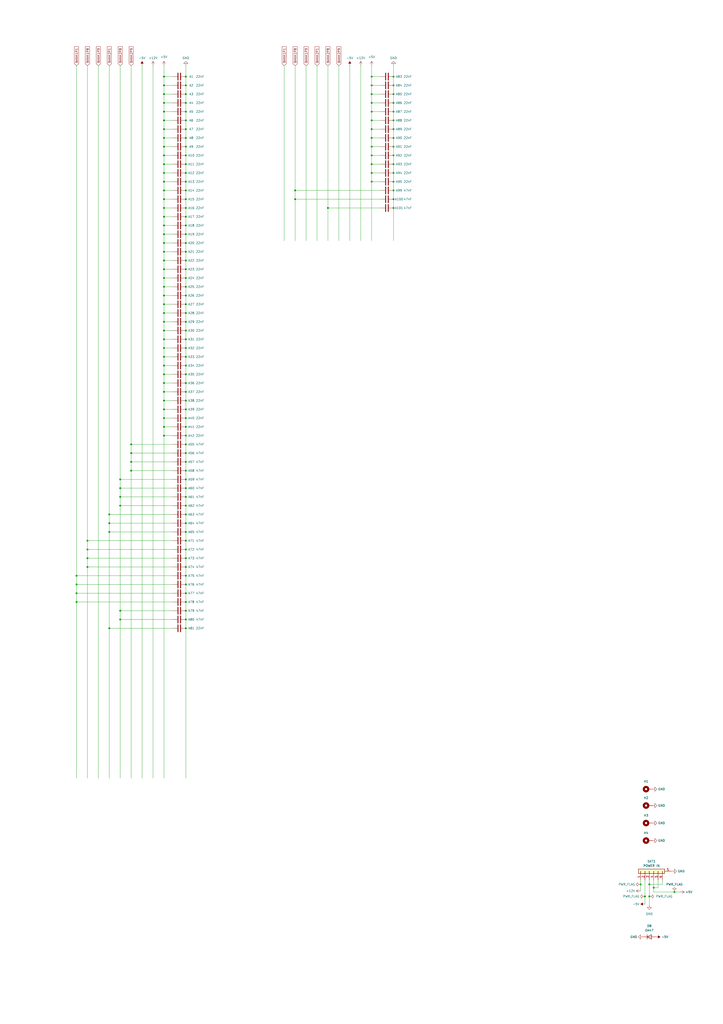
<source format=kicad_sch>
(kicad_sch (version 20230121) (generator eeschema)
  (paper "A2" portrait)
  (lib_symbols
    (symbol "Device:C" (pin_numbers hide) (pin_names (offset 0.254))
      (property "Reference" "C" (at 0.635 2.54 0))
      (property "Value" "C" (at 0.635 -2.54 0))
      (symbol "C_0_1"
        (polyline (pts (xy -2.032 -0.762) (xy 2.032 -0.762)) (stroke (width 0.508)))
        (polyline (pts (xy -2.032 0.762) (xy 2.032 0.762)) (stroke (width 0.508)))
      )
      (symbol "C_1_1"
        (pin passive line (at 0 3.81 270) (length 2.794) (name "~") (number "1"))
        (pin passive line (at 0 -3.81 90) (length 2.794) (name "~") (number "2"))
      )
    )
    (symbol "Device:D" (pin_numbers hide) (pin_names (offset 1.016) hide)
      (property "Reference" "D" (at 0 2.54 0))
      (property "Value" "D" (at 0 -2.54 0))
      (symbol "D_0_1"
        (polyline (pts (xy -1.27 1.27) (xy -1.27 -1.27)) (stroke (width 0.254)))
        (polyline (pts (xy 1.27 0) (xy -1.27 0)))
        (polyline (pts (xy 1.27 1.27) (xy 1.27 -1.27) (xy -1.27 0) (xy 1.27 1.27)) (stroke (width 0.254)))
      )
      (symbol "D_1_1"
        (pin passive line (at -3.81 0 0) (length 2.54) (name "K") (number "1"))
        (pin passive line (at 3.81 0 180) (length 2.54) (name "A") (number "2"))
      )
    )
    (symbol "LYNX:DIN6" (pin_names (offset 1.016) hide)
      (property "Reference" "SKT" (at 3.175 0 0))
      (property "Value" "${REFERENCE}" (at 3.175 -2.54 0))
      (symbol "DIN6_1_1"
        (rectangle (start -1.27 -7.493) (end 0 -7.747) (stroke (width 0.1524)))
        (rectangle (start -1.27 -4.953) (end 0 -5.207) (stroke (width 0.1524)))
        (rectangle (start -1.27 -2.413) (end 0 -2.667) (stroke (width 0.1524)))
        (rectangle (start -1.27 0.127) (end 0 -0.127) (stroke (width 0.1524)))
        (rectangle (start -1.27 2.667) (end 0 2.413) (stroke (width 0.1524)))
        (rectangle (start -1.27 5.207) (end 0 4.953) (stroke (width 0.1524)))
        (rectangle (start -1.27 6.35) (end 1.27 -8.89) (stroke (width 0.254)) (fill (type background)))
        (pin passive line (at -5.08 5.08 0) (length 3.81) (name "Pin_1") (number "1"))
        (pin passive line (at -5.08 2.54 0) (length 3.81) (name "Pin_2") (number "2"))
        (pin passive line (at -5.08 0 0) (length 3.81) (name "Pin_3") (number "3"))
        (pin passive line (at -5.08 -2.54 0) (length 3.81) (name "Pin_4") (number "4"))
        (pin passive line (at -5.08 -5.08 0) (length 3.81) (name "Pin_5") (number "5"))
        (pin passive line (at -5.08 -7.62 0) (length 3.81) (name "Pin_6") (number "6"))
        (pin passive line (at 0 -12.7 90) (length 3.81) (name "SHIELD") (number "S"))
      )
    )
    (symbol "Mechanical:MountingHole_Pad" (pin_numbers hide) (pin_names (offset 1.016) hide)
      (property "Reference" "H" (at 0 6.35 0))
      (property "Value" "MountingHole_Pad" (at 0 4.445 0))
      (symbol "MountingHole_Pad_0_1"
        (circle (center 0 1.27) (radius 1.27) (stroke (width 1.27)))
      )
      (symbol "MountingHole_Pad_1_1"
        (pin input line (at 0 -2.54 90) (length 2.54) (name "1") (number "1"))
      )
    )
    (symbol "power:+12V" (power) (pin_names (offset 0))
      (property "Value" "+12V" (at 0 3.556 0))
      (symbol "+12V_0_1"
        (polyline (pts (xy -0.762 1.27) (xy 0 2.54)))
        (polyline (pts (xy 0 0) (xy 0 2.54)))
        (polyline (pts (xy 0 2.54) (xy 0.762 1.27)))
      )
      (symbol "+12V_1_1"
        (pin power_in line (at 0 0 90) (length 0) hide (name "+12V") (number "1"))
      )
    )
    (symbol "power:+5V" (power) (pin_names (offset 0))
      (property "Value" "+5V" (at 0 3.556 0))
      (symbol "+5V_0_1"
        (polyline (pts (xy -0.762 1.27) (xy 0 2.54)))
        (polyline (pts (xy 0 0) (xy 0 2.54)))
        (polyline (pts (xy 0 2.54) (xy 0.762 1.27)))
      )
      (symbol "+5V_1_1"
        (pin power_in line (at 0 0 90) (length 0) hide (name "+5V") (number "1"))
      )
    )
    (symbol "power:-5V" (power) (pin_names (offset 0))
      (property "Value" "-5V" (at 0 3.81 0))
      (symbol "-5V_0_0"
        (pin power_in line (at 0 0 90) (length 0) hide (name "-5V") (number "1"))
      )
      (symbol "-5V_0_1"
        (polyline (pts (xy 0 0) (xy 0 1.27) (xy 0.762 1.27) (xy 0 2.54) (xy -0.762 1.27) (xy 0 1.27)) (fill (type outline)))
      )
    )
    (symbol "power:GND" (power) (pin_names (offset 0))
      (property "Value" "GND" (at 0 -3.81 0))
      (symbol "GND_0_1"
        (polyline (pts (xy 0 0) (xy 0 -1.27) (xy 1.27 -1.27) (xy 0 -2.54) (xy -1.27 -1.27) (xy 0 -1.27)))
      )
      (symbol "GND_1_1"
        (pin power_in line (at 0 0 270) (length 0) hide (name "GND") (number "1"))
      )
    )
    (symbol "power:PWR_FLAG" (power) (pin_numbers hide) (pin_names (offset 0) hide)
      (property "Value" "PWR_FLAG" (at 0 3.81 0))
      (symbol "PWR_FLAG_0_0"
        (pin power_out line (at 0 0 90) (length 0) (name "pwr") (number "1"))
      )
      (symbol "PWR_FLAG_0_1"
        (polyline (pts (xy 0 0) (xy 0 1.27) (xy -1.016 1.905) (xy 0 2.54) (xy 1.016 1.905) (xy 0 1.27)))
      )
    )
  )
  (junction (at 107.95 273.05))
  (junction (at 107.95 186.69))
  (junction (at 107.95 166.37))
  (junction (at 377.19 520.065))
  (junction (at 228.6 64.77))
  (junction (at 228.6 95.25))
  (junction (at 95.25 181.61))
  (junction (at 107.95 54.61))
  (junction (at 107.95 349.25))
  (junction (at 50.8 318.77))
  (junction (at 228.6 100.33))
  (junction (at 69.85 283.21))
  (junction (at 215.9 100.33))
  (junction (at 44.45 344.17))
  (junction (at 107.95 247.65))
  (junction (at 95.25 217.17))
  (junction (at 95.25 49.53))
  (junction (at 107.95 257.81))
  (junction (at 107.95 135.89))
  (junction (at 107.95 146.05))
  (junction (at 63.5 364.49))
  (junction (at 228.6 115.57))
  (junction (at 107.95 49.53))
  (junction (at 190.5 120.65))
  (junction (at 69.85 293.37))
  (junction (at 107.95 212.09))
  (junction (at 95.25 120.65))
  (junction (at 95.25 196.85))
  (junction (at 107.95 323.85))
  (junction (at 228.6 54.61))
  (junction (at 95.25 176.53))
  (junction (at 107.95 176.53))
  (junction (at 95.25 130.81))
  (junction (at 95.25 59.69))
  (junction (at 107.95 328.93))
  (junction (at 95.25 105.41))
  (junction (at 95.25 222.25))
  (junction (at 44.45 334.01))
  (junction (at 215.9 44.45))
  (junction (at 107.95 125.73))
  (junction (at 107.95 339.09))
  (junction (at 107.95 308.61))
  (junction (at 95.25 161.29))
  (junction (at 95.25 115.57))
  (junction (at 215.9 85.09))
  (junction (at 379.73 514.985))
  (junction (at 95.25 135.89))
  (junction (at 107.95 359.41))
  (junction (at 95.25 85.09))
  (junction (at 107.95 313.69))
  (junction (at 76.2 273.05))
  (junction (at 50.8 328.93))
  (junction (at 95.25 166.37))
  (junction (at 374.65 520.065))
  (junction (at 228.6 120.65))
  (junction (at 107.95 171.45))
  (junction (at 107.95 303.53))
  (junction (at 107.95 110.49))
  (junction (at 107.95 181.61))
  (junction (at 69.85 288.29))
  (junction (at 95.25 69.85))
  (junction (at 107.95 151.13))
  (junction (at 107.95 267.97))
  (junction (at 95.25 252.73))
  (junction (at 391.795 517.525))
  (junction (at 107.95 105.41))
  (junction (at 95.25 140.97))
  (junction (at 107.95 161.29))
  (junction (at 95.25 44.45))
  (junction (at 215.9 54.61))
  (junction (at 107.95 80.01))
  (junction (at 69.85 278.13))
  (junction (at 107.95 100.33))
  (junction (at 228.6 59.69))
  (junction (at 95.25 74.93))
  (junction (at 95.25 125.73))
  (junction (at 107.95 344.17))
  (junction (at 107.95 74.93))
  (junction (at 171.45 115.57))
  (junction (at 44.45 349.25))
  (junction (at 228.6 74.93))
  (junction (at 95.25 54.61))
  (junction (at 228.6 44.45))
  (junction (at 107.95 293.37))
  (junction (at 215.9 95.25))
  (junction (at 95.25 64.77))
  (junction (at 215.9 80.01))
  (junction (at 107.95 318.77))
  (junction (at 95.25 191.77))
  (junction (at 228.6 85.09))
  (junction (at 95.25 227.33))
  (junction (at 95.25 242.57))
  (junction (at 107.95 278.13))
  (junction (at 107.95 242.57))
  (junction (at 377.19 513.08))
  (junction (at 95.25 207.01))
  (junction (at 228.6 90.17))
  (junction (at 95.25 171.45))
  (junction (at 63.5 303.53))
  (junction (at 107.95 69.85))
  (junction (at 228.6 110.49))
  (junction (at 107.95 85.09))
  (junction (at 215.9 90.17))
  (junction (at 171.45 110.49))
  (junction (at 107.95 140.97))
  (junction (at 107.95 334.01))
  (junction (at 107.95 288.29))
  (junction (at 95.25 237.49))
  (junction (at 107.95 252.73))
  (junction (at 107.95 222.25))
  (junction (at 228.6 49.53))
  (junction (at 63.5 308.61))
  (junction (at 76.2 267.97))
  (junction (at 107.95 232.41))
  (junction (at 107.95 115.57))
  (junction (at 107.95 120.65))
  (junction (at 107.95 90.17))
  (junction (at 107.95 44.45))
  (junction (at 107.95 217.17))
  (junction (at 50.8 313.69))
  (junction (at 107.95 191.77))
  (junction (at 69.85 354.33))
  (junction (at 95.25 247.65))
  (junction (at 69.85 359.41))
  (junction (at 107.95 95.25))
  (junction (at 95.25 151.13))
  (junction (at 107.95 59.69))
  (junction (at 372.11 513.08))
  (junction (at 95.25 95.25))
  (junction (at 107.95 156.21))
  (junction (at 215.9 59.69))
  (junction (at 107.95 364.49))
  (junction (at 215.9 69.85))
  (junction (at 95.25 80.01))
  (junction (at 107.95 237.49))
  (junction (at 76.2 262.89))
  (junction (at 228.6 80.01))
  (junction (at 95.25 146.05))
  (junction (at 215.9 74.93))
  (junction (at 215.9 105.41))
  (junction (at 95.25 232.41))
  (junction (at 107.95 227.33))
  (junction (at 63.5 298.45))
  (junction (at 107.95 201.93))
  (junction (at 107.95 130.81))
  (junction (at 95.25 110.49))
  (junction (at 228.6 69.85))
  (junction (at 50.8 323.85))
  (junction (at 215.9 64.77))
  (junction (at 228.6 105.41))
  (junction (at 107.95 262.89))
  (junction (at 215.9 49.53))
  (junction (at 107.95 283.21))
  (junction (at 107.95 64.77))
  (junction (at 95.25 90.17))
  (junction (at 95.25 186.69))
  (junction (at 76.2 257.81))
  (junction (at 44.45 339.09))
  (junction (at 107.95 354.33))
  (junction (at 107.95 207.01))
  (junction (at 107.95 298.45))
  (junction (at 95.25 100.33))
  (junction (at 95.25 156.21))
  (junction (at 95.25 212.09))
  (junction (at 95.25 201.93))
  (junction (at 107.95 196.85))
  (wire (pts (xy 95.25 44.45) (xy 95.25 49.53)))
  (wire (pts (xy 107.95 207.01) (xy 107.95 212.09)))
  (wire (pts (xy 107.95 273.05) (xy 107.95 278.13)))
  (wire (pts (xy 95.25 95.25) (xy 95.25 100.33)))
  (wire (pts (xy 95.25 166.37) (xy 100.33 166.37)))
  (wire (pts (xy 382.27 514.985) (xy 379.73 514.985)))
  (wire (pts (xy 379.73 517.525) (xy 391.795 517.525)))
  (wire (pts (xy 63.5 298.45) (xy 63.5 303.53)))
  (wire (pts (xy 95.25 181.61) (xy 100.33 181.61)))
  (wire (pts (xy 95.25 222.25) (xy 100.33 222.25)))
  (wire (pts (xy 95.25 217.17) (xy 100.33 217.17)))
  (wire (pts (xy 44.45 349.25) (xy 44.45 451.485)))
  (wire (pts (xy 107.95 146.05) (xy 107.95 151.13)))
  (wire (pts (xy 95.25 161.29) (xy 95.25 166.37)))
  (wire (pts (xy 107.95 349.25) (xy 107.95 354.33)))
  (wire (pts (xy 95.25 69.85) (xy 100.33 69.85)))
  (wire (pts (xy 95.25 212.09) (xy 95.25 217.17)))
  (wire (pts (xy 95.25 151.13) (xy 95.25 156.21)))
  (wire (pts (xy 107.95 191.77) (xy 107.95 196.85)))
  (wire (pts (xy 190.5 120.65) (xy 220.98 120.65)))
  (wire (pts (xy 76.2 262.89) (xy 76.2 267.97)))
  (wire (pts (xy 107.95 313.69) (xy 107.95 318.77)))
  (wire (pts (xy 228.6 59.69) (xy 228.6 64.77)))
  (wire (pts (xy 228.6 100.33) (xy 228.6 105.41)))
  (wire (pts (xy 107.95 186.69) (xy 107.95 191.77)))
  (wire (pts (xy 107.95 222.25) (xy 107.95 227.33)))
  (wire (pts (xy 107.95 125.73) (xy 107.95 130.81)))
  (wire (pts (xy 95.25 49.53) (xy 95.25 54.61)))
  (wire (pts (xy 95.25 59.69) (xy 100.33 59.69)))
  (wire (pts (xy 95.25 80.01) (xy 100.33 80.01)))
  (wire (pts (xy 95.25 237.49) (xy 100.33 237.49)))
  (wire (pts (xy 107.95 74.93) (xy 107.95 80.01)))
  (wire (pts (xy 228.6 80.01) (xy 228.6 85.09)))
  (wire (pts (xy 171.45 38.1) (xy 171.45 110.49)))
  (wire (pts (xy 44.45 339.09) (xy 100.33 339.09)))
  (wire (pts (xy 95.25 120.65) (xy 100.33 120.65)))
  (wire (pts (xy 228.6 74.93) (xy 228.6 80.01)))
  (wire (pts (xy 228.6 90.17) (xy 228.6 95.25)))
  (wire (pts (xy 107.95 201.93) (xy 107.95 207.01)))
  (wire (pts (xy 215.9 49.53) (xy 215.9 54.61)))
  (wire (pts (xy 69.85 288.29) (xy 100.33 288.29)))
  (wire (pts (xy 95.25 217.17) (xy 95.25 222.25)))
  (wire (pts (xy 107.95 85.09) (xy 107.95 90.17)))
  (wire (pts (xy 50.8 38.1) (xy 50.8 313.69)))
  (wire (pts (xy 95.25 212.09) (xy 100.33 212.09)))
  (wire (pts (xy 379.73 510.54) (xy 379.73 514.985)))
  (wire (pts (xy 203.2 38.1) (xy 203.2 139.7)))
  (wire (pts (xy 107.95 90.17) (xy 107.95 95.25)))
  (wire (pts (xy 95.25 201.93) (xy 95.25 207.01)))
  (wire (pts (xy 107.95 140.97) (xy 107.95 146.05)))
  (wire (pts (xy 107.95 227.33) (xy 107.95 232.41)))
  (wire (pts (xy 44.45 38.1) (xy 44.45 334.01)))
  (wire (pts (xy 107.95 176.53) (xy 107.95 181.61)))
  (wire (pts (xy 95.25 191.77) (xy 95.25 196.85)))
  (wire (pts (xy 215.9 95.25) (xy 215.9 100.33)))
  (wire (pts (xy 57.15 38.1) (xy 57.15 451.485)))
  (wire (pts (xy 107.95 242.57) (xy 107.95 247.65)))
  (wire (pts (xy 44.45 334.01) (xy 44.45 339.09)))
  (wire (pts (xy 95.25 140.97) (xy 95.25 146.05)))
  (wire (pts (xy 63.5 308.61) (xy 63.5 364.49)))
  (wire (pts (xy 95.25 186.69) (xy 100.33 186.69)))
  (wire (pts (xy 107.95 166.37) (xy 107.95 171.45)))
  (wire (pts (xy 95.25 151.13) (xy 100.33 151.13)))
  (wire (pts (xy 107.95 38.1) (xy 107.95 44.45)))
  (wire (pts (xy 384.81 513.08) (xy 377.19 513.08)))
  (wire (pts (xy 69.85 283.21) (xy 69.85 288.29)))
  (wire (pts (xy 76.2 273.05) (xy 100.33 273.05)))
  (wire (pts (xy 107.95 171.45) (xy 107.95 176.53)))
  (wire (pts (xy 63.5 364.49) (xy 100.33 364.49)))
  (wire (pts (xy 95.25 54.61) (xy 100.33 54.61)))
  (wire (pts (xy 171.45 110.49) (xy 220.98 110.49)))
  (wire (pts (xy 215.9 69.85) (xy 215.9 74.93)))
  (wire (pts (xy 107.95 161.29) (xy 107.95 166.37)))
  (wire (pts (xy 95.25 247.65) (xy 100.33 247.65)))
  (wire (pts (xy 95.25 181.61) (xy 95.25 186.69)))
  (wire (pts (xy 44.45 349.25) (xy 100.33 349.25)))
  (wire (pts (xy 107.95 339.09) (xy 107.95 344.17)))
  (wire (pts (xy 107.95 181.61) (xy 107.95 186.69)))
  (wire (pts (xy 107.95 130.81) (xy 107.95 135.89)))
  (wire (pts (xy 95.25 135.89) (xy 100.33 135.89)))
  (wire (pts (xy 76.2 257.81) (xy 76.2 262.89)))
  (wire (pts (xy 95.25 227.33) (xy 100.33 227.33)))
  (wire (pts (xy 228.6 105.41) (xy 228.6 110.49)))
  (wire (pts (xy 209.55 38.1) (xy 209.55 139.7)))
  (wire (pts (xy 215.9 85.09) (xy 220.98 85.09)))
  (wire (pts (xy 44.45 344.17) (xy 100.33 344.17)))
  (wire (pts (xy 63.5 303.53) (xy 63.5 308.61)))
  (wire (pts (xy 107.95 64.77) (xy 107.95 69.85)))
  (wire (pts (xy 228.6 95.25) (xy 228.6 100.33)))
  (wire (pts (xy 95.25 196.85) (xy 95.25 201.93)))
  (wire (pts (xy 95.25 125.73) (xy 100.33 125.73)))
  (wire (pts (xy 107.95 100.33) (xy 107.95 105.41)))
  (wire (pts (xy 95.25 252.73) (xy 95.25 451.485)))
  (wire (pts (xy 215.9 100.33) (xy 215.9 105.41)))
  (wire (pts (xy 76.2 267.97) (xy 76.2 273.05)))
  (wire (pts (xy 76.2 273.05) (xy 76.2 451.485)))
  (wire (pts (xy 69.85 359.41) (xy 100.33 359.41)))
  (wire (pts (xy 107.95 328.93) (xy 107.95 334.01)))
  (wire (pts (xy 95.25 120.65) (xy 95.25 125.73)))
  (wire (pts (xy 95.25 222.25) (xy 95.25 227.33)))
  (wire (pts (xy 95.25 196.85) (xy 100.33 196.85)))
  (wire (pts (xy 95.25 140.97) (xy 100.33 140.97)))
  (wire (pts (xy 95.25 130.81) (xy 100.33 130.81)))
  (wire (pts (xy 95.25 85.09) (xy 100.33 85.09)))
  (wire (pts (xy 95.25 176.53) (xy 95.25 181.61)))
  (wire (pts (xy 107.95 283.21) (xy 107.95 288.29)))
  (wire (pts (xy 95.25 171.45) (xy 100.33 171.45)))
  (wire (pts (xy 95.25 191.77) (xy 100.33 191.77)))
  (wire (pts (xy 228.6 44.45) (xy 228.6 49.53)))
  (wire (pts (xy 50.8 318.77) (xy 100.33 318.77)))
  (wire (pts (xy 69.85 359.41) (xy 69.85 451.485)))
  (wire (pts (xy 95.25 135.89) (xy 95.25 140.97)))
  (wire (pts (xy 215.9 74.93) (xy 220.98 74.93)))
  (wire (pts (xy 63.5 298.45) (xy 100.33 298.45)))
  (wire (pts (xy 107.95 105.41) (xy 107.95 110.49)))
  (wire (pts (xy 95.25 44.45) (xy 100.33 44.45)))
  (wire (pts (xy 107.95 69.85) (xy 107.95 74.93)))
  (wire (pts (xy 95.25 125.73) (xy 95.25 130.81)))
  (wire (pts (xy 95.25 100.33) (xy 95.25 105.41)))
  (wire (pts (xy 107.95 54.61) (xy 107.95 59.69)))
  (wire (pts (xy 95.25 237.49) (xy 95.25 242.57)))
  (wire (pts (xy 95.25 115.57) (xy 95.25 120.65)))
  (wire (pts (xy 95.25 252.73) (xy 100.33 252.73)))
  (wire (pts (xy 215.9 74.93) (xy 215.9 80.01)))
  (wire (pts (xy 69.85 278.13) (xy 69.85 283.21)))
  (wire (pts (xy 215.9 69.85) (xy 220.98 69.85)))
  (wire (pts (xy 372.11 516.89) (xy 372.11 513.08)))
  (wire (pts (xy 215.9 80.01) (xy 215.9 85.09)))
  (wire (pts (xy 107.95 334.01) (xy 107.95 339.09)))
  (wire (pts (xy 95.25 64.77) (xy 95.25 69.85)))
  (wire (pts (xy 69.85 38.1) (xy 69.85 278.13)))
  (wire (pts (xy 95.25 110.49) (xy 95.25 115.57)))
  (wire (pts (xy 88.9 38.1) (xy 88.9 451.485)))
  (wire (pts (xy 95.25 232.41) (xy 95.25 237.49)))
  (wire (pts (xy 63.5 308.61) (xy 100.33 308.61)))
  (wire (pts (xy 69.85 288.29) (xy 69.85 293.37)))
  (wire (pts (xy 95.25 156.21) (xy 95.25 161.29)))
  (wire (pts (xy 95.25 95.25) (xy 100.33 95.25)))
  (wire (pts (xy 107.95 344.17) (xy 107.95 349.25)))
  (wire (pts (xy 95.25 38.1) (xy 95.25 44.45)))
  (wire (pts (xy 107.95 308.61) (xy 107.95 313.69)))
  (wire (pts (xy 50.8 313.69) (xy 50.8 318.77)))
  (wire (pts (xy 228.6 69.85) (xy 228.6 74.93)))
  (wire (pts (xy 215.9 90.17) (xy 215.9 95.25)))
  (wire (pts (xy 215.9 64.77) (xy 220.98 64.77)))
  (wire (pts (xy 215.9 105.41) (xy 220.98 105.41)))
  (wire (pts (xy 107.95 298.45) (xy 107.95 303.53)))
  (wire (pts (xy 95.25 207.01) (xy 100.33 207.01)))
  (wire (pts (xy 228.6 115.57) (xy 228.6 120.65)))
  (wire (pts (xy 50.8 323.85) (xy 100.33 323.85)))
  (wire (pts (xy 107.95 212.09) (xy 107.95 217.17)))
  (wire (pts (xy 107.95 44.45) (xy 107.95 49.53)))
  (wire (pts (xy 95.25 74.93) (xy 100.33 74.93)))
  (wire (pts (xy 95.25 242.57) (xy 95.25 247.65)))
  (wire (pts (xy 95.25 171.45) (xy 95.25 176.53)))
  (wire (pts (xy 215.9 90.17) (xy 220.98 90.17)))
  (wire (pts (xy 384.81 510.54) (xy 384.81 513.08)))
  (wire (pts (xy 165.1 38.1) (xy 165.1 139.7)))
  (wire (pts (xy 69.85 354.33) (xy 100.33 354.33)))
  (wire (pts (xy 107.95 110.49) (xy 107.95 115.57)))
  (wire (pts (xy 95.25 49.53) (xy 100.33 49.53)))
  (wire (pts (xy 107.95 115.57) (xy 107.95 120.65)))
  (wire (pts (xy 95.25 110.49) (xy 100.33 110.49)))
  (wire (pts (xy 107.95 156.21) (xy 107.95 161.29)))
  (wire (pts (xy 107.95 196.85) (xy 107.95 201.93)))
  (wire (pts (xy 190.5 120.65) (xy 190.5 139.7)))
  (wire (pts (xy 69.85 354.33) (xy 69.85 359.41)))
  (wire (pts (xy 107.95 354.33) (xy 107.95 359.41)))
  (wire (pts (xy 50.8 328.93) (xy 50.8 451.485)))
  (wire (pts (xy 69.85 293.37) (xy 69.85 354.33)))
  (wire (pts (xy 107.95 364.49) (xy 107.95 451.485)))
  (wire (pts (xy 374.65 510.54) (xy 374.65 520.065)))
  (wire (pts (xy 171.45 110.49) (xy 171.45 115.57)))
  (wire (pts (xy 196.85 38.1) (xy 196.85 139.7)))
  (wire (pts (xy 107.95 151.13) (xy 107.95 156.21)))
  (wire (pts (xy 107.95 59.69) (xy 107.95 64.77)))
  (wire (pts (xy 107.95 232.41) (xy 107.95 237.49)))
  (wire (pts (xy 382.27 510.54) (xy 382.27 514.985)))
  (wire (pts (xy 228.6 54.61) (xy 228.6 59.69)))
  (wire (pts (xy 95.25 54.61) (xy 95.25 59.69)))
  (wire (pts (xy 107.95 237.49) (xy 107.95 242.57)))
  (wire (pts (xy 377.19 510.54) (xy 377.19 513.08)))
  (wire (pts (xy 107.95 359.41) (xy 107.95 364.49)))
  (wire (pts (xy 190.5 38.1) (xy 190.5 120.65)))
  (wire (pts (xy 95.25 176.53) (xy 100.33 176.53)))
  (wire (pts (xy 107.95 49.53) (xy 107.95 54.61)))
  (wire (pts (xy 228.6 49.53) (xy 228.6 54.61)))
  (wire (pts (xy 215.9 59.69) (xy 215.9 64.77)))
  (wire (pts (xy 76.2 262.89) (xy 100.33 262.89)))
  (wire (pts (xy 228.6 85.09) (xy 228.6 90.17)))
  (wire (pts (xy 215.9 95.25) (xy 220.98 95.25)))
  (wire (pts (xy 95.25 69.85) (xy 95.25 74.93)))
  (wire (pts (xy 95.25 130.81) (xy 95.25 135.89)))
  (wire (pts (xy 377.19 513.08) (xy 377.19 520.065)))
  (wire (pts (xy 95.25 59.69) (xy 95.25 64.77)))
  (wire (pts (xy 228.6 64.77) (xy 228.6 69.85)))
  (wire (pts (xy 215.9 54.61) (xy 215.9 59.69)))
  (wire (pts (xy 107.95 278.13) (xy 107.95 283.21)))
  (wire (pts (xy 76.2 38.1) (xy 76.2 257.81)))
  (wire (pts (xy 171.45 115.57) (xy 220.98 115.57)))
  (wire (pts (xy 377.19 520.065) (xy 377.19 525.145)))
  (wire (pts (xy 44.45 344.17) (xy 44.45 349.25)))
  (wire (pts (xy 50.8 313.69) (xy 100.33 313.69)))
  (wire (pts (xy 107.95 288.29) (xy 107.95 293.37)))
  (wire (pts (xy 95.25 227.33) (xy 95.25 232.41)))
  (wire (pts (xy 95.25 242.57) (xy 100.33 242.57)))
  (wire (pts (xy 95.25 207.01) (xy 95.25 212.09)))
  (wire (pts (xy 82.55 38.1) (xy 82.55 451.485)))
  (wire (pts (xy 95.25 74.93) (xy 95.25 80.01)))
  (wire (pts (xy 50.8 318.77) (xy 50.8 323.85)))
  (wire (pts (xy 390.525 505.46) (xy 389.89 505.46)))
  (wire (pts (xy 171.45 115.57) (xy 171.45 139.7)))
  (wire (pts (xy 215.9 105.41) (xy 215.9 139.7)))
  (wire (pts (xy 228.6 120.65) (xy 228.6 139.7)))
  (wire (pts (xy 215.9 44.45) (xy 215.9 49.53)))
  (wire (pts (xy 95.25 90.17) (xy 100.33 90.17)))
  (wire (pts (xy 50.8 328.93) (xy 100.33 328.93)))
  (wire (pts (xy 44.45 339.09) (xy 44.45 344.17)))
  (wire (pts (xy 215.9 64.77) (xy 215.9 69.85)))
  (wire (pts (xy 107.95 267.97) (xy 107.95 273.05)))
  (wire (pts (xy 107.95 262.89) (xy 107.95 267.97)))
  (wire (pts (xy 63.5 38.1) (xy 63.5 298.45)))
  (wire (pts (xy 215.9 38.1) (xy 215.9 44.45)))
  (wire (pts (xy 107.95 303.53) (xy 107.95 308.61)))
  (wire (pts (xy 107.95 80.01) (xy 107.95 85.09)))
  (wire (pts (xy 95.25 100.33) (xy 100.33 100.33)))
  (wire (pts (xy 44.45 334.01) (xy 100.33 334.01)))
  (wire (pts (xy 177.8 38.1) (xy 177.8 139.7)))
  (wire (pts (xy 95.25 115.57) (xy 100.33 115.57)))
  (wire (pts (xy 107.95 257.81) (xy 107.95 262.89)))
  (wire (pts (xy 95.25 105.41) (xy 95.25 110.49)))
  (wire (pts (xy 228.6 38.1) (xy 228.6 44.45)))
  (wire (pts (xy 215.9 44.45) (xy 220.98 44.45)))
  (wire (pts (xy 379.73 514.985) (xy 379.73 517.525)))
  (wire (pts (xy 95.25 146.05) (xy 95.25 151.13)))
  (wire (pts (xy 107.95 95.25) (xy 107.95 100.33)))
  (wire (pts (xy 107.95 252.73) (xy 107.95 257.81)))
  (wire (pts (xy 95.25 166.37) (xy 95.25 171.45)))
  (wire (pts (xy 95.25 146.05) (xy 100.33 146.05)))
  (wire (pts (xy 95.25 85.09) (xy 95.25 90.17)))
  (wire (pts (xy 184.15 38.1) (xy 184.15 139.7)))
  (wire (pts (xy 95.25 247.65) (xy 95.25 252.73)))
  (wire (pts (xy 107.95 293.37) (xy 107.95 298.45)))
  (wire (pts (xy 107.95 217.17) (xy 107.95 222.25)))
  (wire (pts (xy 107.95 318.77) (xy 107.95 323.85)))
  (wire (pts (xy 50.8 323.85) (xy 50.8 328.93)))
  (wire (pts (xy 76.2 267.97) (xy 100.33 267.97)))
  (wire (pts (xy 215.9 80.01) (xy 220.98 80.01)))
  (wire (pts (xy 95.25 105.41) (xy 100.33 105.41)))
  (wire (pts (xy 107.95 247.65) (xy 107.95 252.73)))
  (wire (pts (xy 95.25 186.69) (xy 95.25 191.77)))
  (wire (pts (xy 374.65 520.065) (xy 374.65 524.51)))
  (wire (pts (xy 107.95 120.65) (xy 107.95 125.73)))
  (wire (pts (xy 69.85 283.21) (xy 100.33 283.21)))
  (wire (pts (xy 215.9 100.33) (xy 220.98 100.33)))
  (wire (pts (xy 95.25 232.41) (xy 100.33 232.41)))
  (wire (pts (xy 372.11 513.08) (xy 372.11 510.54)))
  (wire (pts (xy 95.25 80.01) (xy 95.25 85.09)))
  (wire (pts (xy 95.25 64.77) (xy 100.33 64.77)))
  (wire (pts (xy 107.95 135.89) (xy 107.95 140.97)))
  (wire (pts (xy 69.85 278.13) (xy 100.33 278.13)))
  (wire (pts (xy 76.2 257.81) (xy 100.33 257.81)))
  (wire (pts (xy 215.9 85.09) (xy 215.9 90.17)))
  (wire (pts (xy 95.25 156.21) (xy 100.33 156.21)))
  (wire (pts (xy 63.5 364.49) (xy 63.5 451.485)))
  (wire (pts (xy 228.6 110.49) (xy 228.6 115.57)))
  (wire (pts (xy 107.95 323.85) (xy 107.95 328.93)))
  (wire (pts (xy 215.9 59.69) (xy 220.98 59.69)))
  (wire (pts (xy 95.25 201.93) (xy 100.33 201.93)))
  (wire (pts (xy 95.25 161.29) (xy 100.33 161.29)))
  (wire (pts (xy 391.795 517.525) (xy 394.97 517.525)))
  (wire (pts (xy 63.5 303.53) (xy 100.33 303.53)))
  (wire (pts (xy 95.25 90.17) (xy 95.25 95.25)))
  (wire (pts (xy 215.9 49.53) (xy 220.98 49.53)))
  (wire (pts (xy 69.85 293.37) (xy 100.33 293.37)))
  (wire (pts (xy 215.9 54.61) (xy 220.98 54.61)))
  (global_label "BANK1P8" (shape input) (at 171.45 38.1 90) (property "Intersheetrefs" "${INTERSHEET_REFS}" (effects hide)))
  (global_label "BANK1P1" (shape input) (at 44.45 38.1 90) (property "Intersheetrefs" "${INTERSHEET_REFS}" (effects hide)))
  (global_label "BANK1P9" (shape input) (at 57.15 38.1 90) (property "Intersheetrefs" "${INTERSHEET_REFS}" (effects hide)))
  (global_label "BANK2P9" (shape input) (at 196.85 38.1 90) (property "Intersheetrefs" "${INTERSHEET_REFS}" (effects hide)))
  (global_label "BANK1P9" (shape input) (at 177.8 38.1 90) (property "Intersheetrefs" "${INTERSHEET_REFS}" (effects hide)))
  (global_label "BANK2P8" (shape input) (at 69.85 38.1 90) (property "Intersheetrefs" "${INTERSHEET_REFS}" (effects hide)))
  (global_label "BANK2P9" (shape input) (at 76.2 38.1 90) (property "Intersheetrefs" "${INTERSHEET_REFS}" (effects hide)))
  (global_label "BANK2P1" (shape input) (at 184.15 38.1 90) (property "Intersheetrefs" "${INTERSHEET_REFS}" (effects hide)))
  (global_label "BANK2P8" (shape input) (at 190.5 38.1 90) (property "Intersheetrefs" "${INTERSHEET_REFS}" (effects hide)))
  (global_label "BANK1P1" (shape input) (at 165.1 38.1 90) (property "Intersheetrefs" "${INTERSHEET_REFS}" (effects hide)))
  (global_label "BANK1P8" (shape input) (at 50.8 38.1 90) (property "Intersheetrefs" "${INTERSHEET_REFS}" (effects hide)))
  (global_label "BANK2P1" (shape input) (at 63.5 38.1 90) (property "Intersheetrefs" "${INTERSHEET_REFS}" (effects hide)))
  (symbol (lib_id "power:+5V") (at 95.25 38.1 0) (unit 1)
    (property "Reference" "#PWR0288" (effects hide))
    (property "Value" "+5V" (at 95.25 33.02 0))
    (instances (project "lynx96" (path "" (reference "#PWR0288") (unit 1))) (project "lynx128" (path "" (reference "#PWR042") (unit 1))))
  )
  (symbol (lib_id "Mechanical:MountingHole_Pad") (at 376.555 477.52 90) (unit 1)
    (property "Reference" "H3" (at 375.285 473.075 90))
    (property "Value" "GND" (effects hide))
    (property "Footprint" "96K-Lynx:Mounting Hole" (effects hide))
  )
  (symbol (lib_id "Device:C") (at 224.79 90.17 90) (unit 1)
    (property "Reference" "A92" (at 231.775 90.17 90))
    (property "Value" "22nF" (at 236.855 90.17 90))
    (property "Footprint" "96K-Lynx:A_Standard" (effects hide))
  )
  (symbol (lib_id "Device:C") (at 104.14 54.61 90) (unit 1)
    (property "Reference" "A3" (at 111.125 54.61 90))
    (property "Value" "22nF" (at 116.205 54.61 90))
    (property "Footprint" "96K-Lynx:A_Standard" (effects hide))
  )
  (symbol (lib_id "Device:C") (at 104.14 247.65 90) (unit 1)
    (property "Reference" "A41" (at 111.125 247.65 90))
    (property "Value" "22nF" (at 116.205 247.65 90))
    (property "Footprint" "96K-Lynx:A_Standard" (effects hide))
  )
  (symbol (lib_id "Mechanical:MountingHole_Pad") (at 376.555 467.36 90) (unit 1)
    (property "Reference" "H2" (at 375.285 462.915 90))
    (property "Value" "GND" (effects hide))
    (property "Footprint" "96K-Lynx:Mounting Hole" (effects hide))
  )
  (symbol (lib_id "Device:C") (at 104.14 212.09 90) (unit 1)
    (property "Reference" "A34" (at 111.125 212.09 90))
    (property "Value" "22nF" (at 116.205 212.09 90))
    (property "Footprint" "96K-Lynx:A_Standard" (effects hide))
  )
  (symbol (lib_id "Device:C") (at 104.14 191.77 90) (unit 1)
    (property "Reference" "A30" (at 111.125 191.77 90))
    (property "Value" "22nF" (at 116.205 191.77 90))
    (property "Footprint" "96K-Lynx:A_Standard" (effects hide))
  )
  (symbol (lib_id "power:PWR_FLAG") (at 391.795 517.525 0) (unit 1)
    (property "Reference" "#FLG04" (effects hide))
    (property "Value" "PWR_FLAG" (at 391.795 513.08 0))
  )
  (symbol (lib_id "Device:C") (at 224.79 115.57 90) (unit 1)
    (property "Reference" "A100" (at 231.775 115.57 90))
    (property "Value" "47nF" (at 236.855 115.57 90))
    (property "Footprint" "96K-Lynx:A_Standard" (effects hide))
  )
  (symbol (lib_id "Device:C") (at 104.14 161.29 90) (unit 1)
    (property "Reference" "A24" (at 111.125 161.29 90))
    (property "Value" "22nF" (at 116.205 161.29 90))
    (property "Footprint" "96K-Lynx:A_Standard" (effects hide))
  )
  (symbol (lib_id "Device:C") (at 104.14 171.45 90) (unit 1)
    (property "Reference" "A26" (at 111.125 171.45 90))
    (property "Value" "22nF" (at 116.205 171.45 90))
    (property "Footprint" "96K-Lynx:A_Standard" (effects hide))
  )
  (symbol (lib_id "Device:C") (at 224.79 69.85 90) (unit 1)
    (property "Reference" "A88" (at 231.775 69.85 90))
    (property "Value" "22nF" (at 236.855 69.85 90))
    (property "Footprint" "96K-Lynx:A_Standard" (effects hide))
  )
  (symbol (lib_id "power:+12V") (at 372.11 516.89 90) (unit 1)
    (property "Reference" "#PWR011" (effects hide))
    (property "Value" "+12V" (at 368.935 516.89 90) (effects (justify left)))
    (instances (project "lynx96" (path "" (reference "#PWR011") (unit 1))) (project "lynx128" (path "" (reference "#PWR039") (unit 1))))
  )
  (symbol (lib_id "power:+12V") (at 88.9 38.1 0) (unit 1)
    (property "Reference" "#PWR0287" (effects hide))
    (property "Value" "+12V" (at 88.9 33.655 0))
    (instances (project "lynx96" (path "" (reference "#PWR0287") (unit 1))) (project "lynx128" (path "" (reference "#PWR039") (unit 1))))
  )
  (symbol (lib_id "Device:C") (at 104.14 120.65 90) (unit 1)
    (property "Reference" "A16" (at 111.125 120.65 90))
    (property "Value" "22nF" (at 116.205 120.65 90))
    (property "Footprint" "96K-Lynx:A_Standard" (effects hide))
  )
  (symbol (lib_id "power:GND") (at 107.95 38.1 180) (unit 1)
    (property "Reference" "#PWR0289" (effects hide))
    (property "Value" "GND" (at 107.95 33.655 0))
    (instances (project "lynx96" (path "" (reference "#PWR0289") (unit 1))) (project "lynx128" (path "" (reference "#PWR045") (unit 1))))
  )
  (symbol (lib_id "Device:C") (at 104.14 293.37 90) (unit 1)
    (property "Reference" "A62" (at 111.125 293.37 90))
    (property "Value" "47nF" (at 116.205 293.37 90))
    (property "Footprint" "96K-Lynx:A_Standard" (effects hide))
  )
  (symbol (lib_id "Device:C") (at 224.79 74.93 90) (unit 1)
    (property "Reference" "A89" (at 231.775 74.93 90))
    (property "Value" "22nF" (at 236.855 74.93 90))
    (property "Footprint" "96K-Lynx:A_Standard" (effects hide))
  )
  (symbol (lib_id "power:+12V") (at 209.55 38.1 0) (unit 1)
    (property "Reference" "#PWR0297" (effects hide))
    (property "Value" "+12V" (at 209.55 33.655 0))
    (instances (project "lynx96" (path "" (reference "#PWR0297") (unit 1))) (project "lynx128" (path "" (reference "#PWR039") (unit 1))))
  )
  (symbol (lib_id "power:+5V") (at 215.9 38.1 0) (unit 1)
    (property "Reference" "#PWR0298" (effects hide))
    (property "Value" "+5V" (at 215.9 33.02 0))
    (instances (project "lynx96" (path "" (reference "#PWR0298") (unit 1))) (project "lynx128" (path "" (reference "#PWR042") (unit 1))))
  )
  (symbol (lib_id "Device:C") (at 104.14 110.49 90) (unit 1)
    (property "Reference" "A14" (at 111.125 110.49 90))
    (property "Value" "22nF" (at 116.205 110.49 90))
    (property "Footprint" "96K-Lynx:A_Standard" (effects hide))
  )
  (symbol (lib_id "Device:C") (at 104.14 227.33 90) (unit 1)
    (property "Reference" "A37" (at 111.125 227.33 90))
    (property "Value" "22nF" (at 116.205 227.33 90))
    (property "Footprint" "96K-Lynx:A_Standard" (effects hide))
  )
  (symbol (lib_id "power:GND") (at 390.525 505.46 90) (unit 1)
    (property "Reference" "#PWR014" (effects hide))
    (property "Value" "GND" (at 393.7 505.46 90) (effects (justify right)))
    (instances (project "lynx96" (path "" (reference "#PWR014") (unit 1))) (project "lynx128" (path "" (reference "#PWR045") (unit 1))))
  )
  (symbol (lib_id "Device:C") (at 104.14 196.85 90) (unit 1)
    (property "Reference" "A31" (at 111.125 196.85 90))
    (property "Value" "22nF" (at 116.205 196.85 90))
    (property "Footprint" "96K-Lynx:A_Standard" (effects hide))
  )
  (symbol (lib_id "Device:C") (at 104.14 125.73 90) (unit 1)
    (property "Reference" "A17" (at 111.125 125.73 90))
    (property "Value" "22nF" (at 116.205 125.73 90))
    (property "Footprint" "96K-Lynx:A_Standard" (effects hide))
  )
  (symbol (lib_id "power:-5V") (at 374.65 524.51 90) (unit 1)
    (property "Reference" "#PWR012" (effects hide))
    (property "Value" "-5V" (at 371.475 524.51 90) (effects (justify left)))
    (instances (project "lynx96" (path "" (reference "#PWR012") (unit 1))) (project "lynx128" (path "" (reference "#PWR041") (unit 1))))
  )
  (symbol (lib_id "Device:C") (at 104.14 237.49 90) (unit 1)
    (property "Reference" "A39" (at 111.125 237.49 90))
    (property "Value" "22nF" (at 116.205 237.49 90))
    (property "Footprint" "96K-Lynx:A_Standard" (effects hide))
  )
  (symbol (lib_id "Device:C") (at 104.14 288.29 90) (unit 1)
    (property "Reference" "A61" (at 111.125 288.29 90))
    (property "Value" "47nF" (at 116.205 288.29 90))
    (property "Footprint" "96K-Lynx:A_Standard" (effects hide))
  )
  (symbol (lib_id "Device:C") (at 104.14 242.57 90) (unit 1)
    (property "Reference" "A40" (at 111.125 242.57 90))
    (property "Value" "22nF" (at 116.205 242.57 90))
    (property "Footprint" "96K-Lynx:A_Standard" (effects hide))
  )
  (symbol (lib_id "Device:C") (at 104.14 105.41 90) (unit 1)
    (property "Reference" "A13" (at 111.125 105.41 90))
    (property "Value" "22nF" (at 116.205 105.41 90))
    (property "Footprint" "96K-Lynx:A_Standard" (effects hide))
  )
  (symbol (lib_id "Device:C") (at 104.14 186.69 90) (unit 1)
    (property "Reference" "A29" (at 111.125 186.69 90))
    (property "Value" "22nF" (at 116.205 186.69 90))
    (property "Footprint" "96K-Lynx:A_Standard" (effects hide))
  )
  (symbol (lib_id "Device:C") (at 104.14 267.97 90) (unit 1)
    (property "Reference" "A57" (at 111.125 267.97 90))
    (property "Value" "47nF" (at 116.205 267.97 90))
    (property "Footprint" "96K-Lynx:A_Standard" (effects hide))
  )
  (symbol (lib_id "Device:C") (at 104.14 328.93 90) (unit 1)
    (property "Reference" "A74" (at 111.125 328.93 90))
    (property "Value" "47nF" (at 116.205 328.93 90))
    (property "Footprint" "96K-Lynx:A_Standard" (effects hide))
  )
  (symbol (lib_id "Device:C") (at 104.14 257.81 90) (unit 1)
    (property "Reference" "A55" (at 111.125 257.81 90))
    (property "Value" "47nF" (at 116.205 257.81 90))
    (property "Footprint" "96K-Lynx:A_Standard" (effects hide))
  )
  (symbol (lib_id "power:PWR_FLAG") (at 374.65 520.065 90) (unit 1)
    (property "Reference" "#FLG02" (effects hide))
    (property "Value" "PWR_FLAG" (at 371.475 520.065 90) (effects (justify left)))
  )
  (symbol (lib_id "Device:C") (at 104.14 364.49 90) (unit 1)
    (property "Reference" "A81" (at 111.125 364.49 90))
    (property "Value" "22nF" (at 116.205 364.49 90))
    (property "Footprint" "96K-Lynx:A_Standard" (effects hide))
  )
  (symbol (lib_id "Device:C") (at 104.14 252.73 90) (unit 1)
    (property "Reference" "A42" (at 111.125 252.73 90))
    (property "Value" "22nF" (at 116.205 252.73 90))
    (property "Footprint" "96K-Lynx:A_Standard" (effects hide))
  )
  (symbol (lib_id "Device:C") (at 104.14 181.61 90) (unit 1)
    (property "Reference" "A28" (at 111.125 181.61 90))
    (property "Value" "22nF" (at 116.205 181.61 90))
    (property "Footprint" "96K-Lynx:A_Standard" (effects hide))
  )
  (symbol (lib_id "Device:C") (at 104.14 74.93 90) (unit 1)
    (property "Reference" "A7" (at 111.125 74.93 90))
    (property "Value" "22nF" (at 116.205 74.93 90))
    (property "Footprint" "96K-Lynx:A_Standard" (effects hide))
  )
  (symbol (lib_id "Device:C") (at 104.14 135.89 90) (unit 1)
    (property "Reference" "A19" (at 111.125 135.89 90))
    (property "Value" "22nF" (at 116.205 135.89 90))
    (property "Footprint" "96K-Lynx:A_Standard" (effects hide))
  )
  (symbol (lib_id "Device:C") (at 104.14 140.97 90) (unit 1)
    (property "Reference" "A20" (at 111.125 140.97 90))
    (property "Value" "22nF" (at 116.205 140.97 90))
    (property "Footprint" "96K-Lynx:A_Standard" (effects hide))
  )
  (symbol (lib_id "power:-5V") (at 82.55 38.1 0) (unit 1)
    (property "Reference" "#PWR0286" (effects hide))
    (property "Value" "-5V" (at 82.55 33.655 0))
    (instances (project "lynx96" (path "" (reference "#PWR0286") (unit 1))) (project "lynx128" (path "" (reference "#PWR041") (unit 1))))
  )
  (symbol (lib_id "Device:C") (at 104.14 323.85 90) (unit 1)
    (property "Reference" "A73" (at 111.125 323.85 90))
    (property "Value" "47nF" (at 116.205 323.85 90))
    (property "Footprint" "96K-Lynx:A_Standard" (effects hide))
  )
  (symbol (lib_id "Device:C") (at 104.14 232.41 90) (unit 1)
    (property "Reference" "A38" (at 111.125 232.41 90))
    (property "Value" "22nF" (at 116.205 232.41 90))
    (property "Footprint" "96K-Lynx:A_Standard" (effects hide))
  )
  (symbol (lib_id "Device:C") (at 104.14 166.37 90) (unit 1)
    (property "Reference" "A25" (at 111.125 166.37 90))
    (property "Value" "22nF" (at 116.205 166.37 90))
    (property "Footprint" "96K-Lynx:A_Standard" (effects hide))
  )
  (symbol (lib_id "Mechanical:MountingHole_Pad") (at 376.555 457.835 90) (unit 1)
    (property "Reference" "H1" (at 375.285 453.39 90))
    (property "Value" "GND" (effects hide))
    (property "Footprint" "96K-Lynx:Mounting Hole" (effects hide))
  )
  (symbol (lib_id "Device:C") (at 224.79 49.53 90) (unit 1)
    (property "Reference" "A84" (at 231.775 49.53 90))
    (property "Value" "22nF" (at 236.855 49.53 90))
    (property "Footprint" "96K-Lynx:A_Standard" (effects hide))
  )
  (symbol (lib_id "Device:C") (at 224.79 44.45 90) (unit 1)
    (property "Reference" "A83" (at 231.775 44.45 90))
    (property "Value" "22nF" (at 236.855 44.45 90))
    (property "Footprint" "96K-Lynx:A_Standard" (effects hide))
  )
  (symbol (lib_id "Device:C") (at 104.14 283.21 90) (unit 1)
    (property "Reference" "A60" (at 111.125 283.21 90))
    (property "Value" "47nF" (at 116.205 283.21 90))
    (property "Footprint" "96K-Lynx:A_Standard" (effects hide))
  )
  (symbol (lib_id "Device:C") (at 104.14 44.45 90) (unit 1)
    (property "Reference" "A1" (at 111.125 44.45 90))
    (property "Value" "22nF" (at 116.205 44.45 90))
    (property "Footprint" "96K-Lynx:A_Standard" (effects hide))
  )
  (symbol (lib_id "Device:C") (at 104.14 339.09 90) (unit 1)
    (property "Reference" "A76" (at 111.125 339.09 90))
    (property "Value" "47nF" (at 116.205 339.09 90))
    (property "Footprint" "96K-Lynx:A_Standard" (effects hide))
  )
  (symbol (lib_id "Device:C") (at 224.79 54.61 90) (unit 1)
    (property "Reference" "A85" (at 231.775 54.61 90))
    (property "Value" "22nF" (at 236.855 54.61 90))
    (property "Footprint" "96K-Lynx:A_Standard" (effects hide))
  )
  (symbol (lib_id "power:PWR_FLAG") (at 377.19 520.065 270) (unit 1)
    (property "Reference" "#FLG03" (effects hide))
    (property "Value" "PWR_FLAG" (at 381 520.065 90) (effects (justify left)))
  )
  (symbol (lib_id "Device:C") (at 104.14 344.17 90) (unit 1)
    (property "Reference" "A77" (at 111.125 344.17 90))
    (property "Value" "47nF" (at 116.205 344.17 90))
    (property "Footprint" "96K-Lynx:A_Standard" (effects hide))
  )
  (symbol (lib_id "Device:C") (at 104.14 130.81 90) (unit 1)
    (property "Reference" "A18" (at 111.125 130.81 90))
    (property "Value" "22nF" (at 116.205 130.81 90))
    (property "Footprint" "96K-Lynx:A_Standard" (effects hide))
  )
  (symbol (lib_id "Device:C") (at 224.79 95.25 90) (unit 1)
    (property "Reference" "A93" (at 231.775 95.25 90))
    (property "Value" "22nF" (at 236.855 95.25 90))
    (property "Footprint" "96K-Lynx:A_Standard" (effects hide))
  )
  (symbol (lib_id "Device:C") (at 104.14 222.25 90) (unit 1)
    (property "Reference" "A36" (at 111.125 222.25 90))
    (property "Value" "22nF" (at 116.205 222.25 90))
    (property "Footprint" "96K-Lynx:A_Standard" (effects hide))
  )
  (symbol (lib_id "Device:C") (at 104.14 308.61 90) (unit 1)
    (property "Reference" "A65" (at 111.125 308.61 90))
    (property "Value" "47nF" (at 116.205 308.61 90))
    (property "Footprint" "96K-Lynx:A_Standard" (effects hide))
  )
  (symbol (lib_id "LYNX:DIN6") (at 377.19 505.46 90) (unit 1)
    (property "Reference" "SKT1" (at 378.46 499.745 90))
    (property "Value" "POWER IN" (at 378.46 502.285 90))
    (property "Footprint" "96K-Lynx:DIN6" (effects hide))
  )
  (symbol (lib_id "power:GND") (at 379.095 457.835 90) (unit 1)
    (property "Reference" "#PWR0292" (effects hide))
    (property "Value" "GND" (at 382.27 457.835 90) (effects (justify right)))
    (instances (project "lynx96" (path "" (reference "#PWR0292") (unit 1))) (project "lynx128" (path "" (reference "#PWR045") (unit 1))))
  )
  (symbol (lib_id "Device:C") (at 224.79 64.77 90) (unit 1)
    (property "Reference" "A87" (at 231.775 64.77 90))
    (property "Value" "22nF" (at 236.855 64.77 90))
    (property "Footprint" "96K-Lynx:A_Standard" (effects hide))
  )
  (symbol (lib_id "Device:C") (at 104.14 146.05 90) (unit 1)
    (property "Reference" "A21" (at 111.125 146.05 90))
    (property "Value" "22nF" (at 116.205 146.05 90))
    (property "Footprint" "96K-Lynx:A_Standard" (effects hide))
  )
  (symbol (lib_id "Device:C") (at 104.14 59.69 90) (unit 1)
    (property "Reference" "A4" (at 111.125 59.69 90))
    (property "Value" "22nF" (at 116.205 59.69 90))
    (property "Footprint" "96K-Lynx:A_Standard" (effects hide))
  )
  (symbol (lib_id "Device:C") (at 104.14 262.89 90) (unit 1)
    (property "Reference" "A56" (at 111.125 262.89 90))
    (property "Value" "47nF" (at 116.205 262.89 90))
    (property "Footprint" "96K-Lynx:A_Standard" (effects hide))
  )
  (symbol (lib_id "Device:C") (at 104.14 90.17 90) (unit 1)
    (property "Reference" "A10" (at 111.125 90.17 90))
    (property "Value" "22nF" (at 116.205 90.17 90))
    (property "Footprint" "96K-Lynx:A_Standard" (effects hide))
  )
  (symbol (lib_id "Device:C") (at 104.14 273.05 90) (unit 1)
    (property "Reference" "A58" (at 111.125 273.05 90))
    (property "Value" "47nF" (at 116.205 273.05 90))
    (property "Footprint" "96K-Lynx:A_Standard" (effects hide))
  )
  (symbol (lib_id "Device:C") (at 104.14 69.85 90) (unit 1)
    (property "Reference" "A6" (at 111.125 69.85 90))
    (property "Value" "22nF" (at 116.205 69.85 90))
    (property "Footprint" "96K-Lynx:A_Standard" (effects hide))
  )
  (symbol (lib_id "Device:C") (at 104.14 176.53 90) (unit 1)
    (property "Reference" "A27" (at 111.125 176.53 90))
    (property "Value" "22nF" (at 116.205 176.53 90))
    (property "Footprint" "96K-Lynx:A_Standard" (effects hide))
  )
  (symbol (lib_id "power:GND") (at 373.38 543.56 270) (unit 1)
    (property "Reference" "#PWR016" (effects hide))
    (property "Value" "GND" (at 370.205 543.56 90) (effects (justify right)))
    (instances (project "lynx96" (path "" (reference "#PWR016") (unit 1))) (project "lynx128" (path "" (reference "#PWR043") (unit 1))))
  )
  (symbol (lib_id "Mechanical:MountingHole_Pad") (at 376.555 487.68 90) (unit 1)
    (property "Reference" "H4" (at 375.285 483.235 90))
    (property "Value" "GND" (effects hide))
    (property "Footprint" "96K-Lynx:Mounting Hole" (effects hide))
  )
  (symbol (lib_id "Device:C") (at 104.14 207.01 90) (unit 1)
    (property "Reference" "A33" (at 111.125 207.01 90))
    (property "Value" "22nF" (at 116.205 207.01 90))
    (property "Footprint" "96K-Lynx:A_Standard" (effects hide))
  )
  (symbol (lib_id "Device:C") (at 104.14 115.57 90) (unit 1)
    (property "Reference" "A15" (at 111.125 115.57 90))
    (property "Value" "22nF" (at 116.205 115.57 90))
    (property "Footprint" "96K-Lynx:A_Standard" (effects hide))
  )
  (symbol (lib_id "power:-5V") (at 381 543.56 270) (unit 1)
    (property "Reference" "#PWR017" (effects hide))
    (property "Value" "-5V" (at 384.175 543.56 90) (effects (justify left)))
    (instances (project "lynx96" (path "" (reference "#PWR017") (unit 1))) (project "lynx128" (path "" (reference "#PWR044") (unit 1))))
  )
  (symbol (lib_id "Device:C") (at 224.79 85.09 90) (unit 1)
    (property "Reference" "A91" (at 231.775 85.09 90))
    (property "Value" "22nF" (at 236.855 85.09 90))
    (property "Footprint" "96K-Lynx:A_Standard" (effects hide))
  )
  (symbol (lib_id "Device:C") (at 104.14 151.13 90) (unit 1)
    (property "Reference" "A22" (at 111.125 151.13 90))
    (property "Value" "22nF" (at 116.205 151.13 90))
    (property "Footprint" "96K-Lynx:A_Standard" (effects hide))
  )
  (symbol (lib_id "power:GND") (at 379.095 467.36 90) (unit 1)
    (property "Reference" "#PWR0291" (effects hide))
    (property "Value" "GND" (at 382.27 467.36 90) (effects (justify right)))
    (instances (project "lynx96" (path "" (reference "#PWR0291") (unit 1))) (project "lynx128" (path "" (reference "#PWR045") (unit 1))))
  )
  (symbol (lib_id "Device:C") (at 104.14 313.69 90) (unit 1)
    (property "Reference" "A71" (at 111.125 313.69 90))
    (property "Value" "47nF" (at 116.205 313.69 90))
    (property "Footprint" "96K-Lynx:A_Standard" (effects hide))
  )
  (symbol (lib_id "Device:C") (at 224.79 80.01 90) (unit 1)
    (property "Reference" "A90" (at 231.775 80.01 90))
    (property "Value" "22nF" (at 236.855 80.01 90))
    (property "Footprint" "96K-Lynx:A_Standard" (effects hide))
  )
  (symbol (lib_id "power:+5V") (at 394.97 517.525 270) (unit 1)
    (property "Reference" "#PWR015" (effects hide))
    (property "Value" "+5V" (at 398.145 517.525 90) (effects (justify left)))
    (instances (project "lynx96" (path "" (reference "#PWR015") (unit 1))) (project "lynx128" (path "" (reference "#PWR042") (unit 1))))
  )
  (symbol (lib_id "Device:C") (at 104.14 334.01 90) (unit 1)
    (property "Reference" "A75" (at 111.125 334.01 90))
    (property "Value" "47nF" (at 116.205 334.01 90))
    (property "Footprint" "96K-Lynx:A_Standard" (effects hide))
  )
  (symbol (lib_id "Device:C") (at 104.14 80.01 90) (unit 1)
    (property "Reference" "A8" (at 111.125 80.01 90))
    (property "Value" "22nF" (at 116.205 80.01 90))
    (property "Footprint" "96K-Lynx:A_Standard" (effects hide))
  )
  (symbol (lib_id "Device:C") (at 104.14 201.93 90) (unit 1)
    (property "Reference" "A32" (at 111.125 201.93 90))
    (property "Value" "22nF" (at 116.205 201.93 90))
    (property "Footprint" "96K-Lynx:A_Standard" (effects hide))
  )
  (symbol (lib_id "Device:C") (at 104.14 85.09 90) (unit 1)
    (property "Reference" "A9" (at 111.125 85.09 90))
    (property "Value" "22nF" (at 116.205 85.09 90))
    (property "Footprint" "96K-Lynx:A_Standard" (effects hide))
  )
  (symbol (lib_id "Device:C") (at 104.14 278.13 90) (unit 1)
    (property "Reference" "A59" (at 111.125 278.13 90))
    (property "Value" "47nF" (at 116.205 278.13 90))
    (property "Footprint" "96K-Lynx:A_Standard" (effects hide))
  )
  (symbol (lib_id "Device:C") (at 104.14 354.33 90) (unit 1)
    (property "Reference" "A79" (at 111.125 354.33 90))
    (property "Value" "47nF" (at 116.205 354.33 90))
    (property "Footprint" "96K-Lynx:A_Standard" (effects hide))
  )
  (symbol (lib_id "power:GND") (at 228.6 38.1 180) (unit 1)
    (property "Reference" "#PWR0299" (effects hide))
    (property "Value" "GND" (at 228.6 33.655 0))
    (instances (project "lynx96" (path "" (reference "#PWR0299") (unit 1))) (project "lynx128" (path "" (reference "#PWR045") (unit 1))))
  )
  (symbol (lib_id "Device:C") (at 104.14 156.21 90) (unit 1)
    (property "Reference" "A23" (at 111.125 156.21 90))
    (property "Value" "22nF" (at 116.205 156.21 90))
    (property "Footprint" "96K-Lynx:A_Standard" (effects hide))
  )
  (symbol (lib_id "Device:C") (at 224.79 100.33 90) (unit 1)
    (property "Reference" "A94" (at 231.775 100.33 90))
    (property "Value" "22nF" (at 236.855 100.33 90))
    (property "Footprint" "96K-Lynx:A_Standard" (effects hide))
  )
  (symbol (lib_id "Device:C") (at 104.14 359.41 90) (unit 1)
    (property "Reference" "A80" (at 111.125 359.41 90))
    (property "Value" "47nF" (at 116.205 359.41 90))
    (property "Footprint" "96K-Lynx:A_Standard" (effects hide))
  )
  (symbol (lib_id "Device:C") (at 104.14 303.53 90) (unit 1)
    (property "Reference" "A64" (at 111.125 303.53 90))
    (property "Value" "47nF" (at 116.205 303.53 90))
    (property "Footprint" "96K-Lynx:A_Standard" (effects hide))
  )
  (symbol (lib_id "power:PWR_FLAG") (at 372.11 513.08 90) (unit 1)
    (property "Reference" "#FLG01" (effects hide))
    (property "Value" "PWR_FLAG" (at 368.935 513.08 90) (effects (justify left)))
  )
  (symbol (lib_id "Device:C") (at 104.14 95.25 90) (unit 1)
    (property "Reference" "A11" (at 111.125 95.25 90))
    (property "Value" "22nF" (at 116.205 95.25 90))
    (property "Footprint" "96K-Lynx:A_Standard" (effects hide))
  )
  (symbol (lib_id "Device:C") (at 104.14 298.45 90) (unit 1)
    (property "Reference" "A63" (at 111.125 298.45 90))
    (property "Value" "47nF" (at 116.205 298.45 90))
    (property "Footprint" "96K-Lynx:A_Standard" (effects hide))
  )
  (symbol (lib_id "power:GND") (at 379.095 477.52 90) (unit 1)
    (property "Reference" "#PWR0290" (effects hide))
    (property "Value" "GND" (at 382.27 477.52 90) (effects (justify right)))
    (instances (project "lynx96" (path "" (reference "#PWR0290") (unit 1))) (project "lynx128" (path "" (reference "#PWR045") (unit 1))))
  )
  (symbol (lib_id "Device:C") (at 224.79 110.49 90) (unit 1)
    (property "Reference" "A99" (at 231.775 110.49 90))
    (property "Value" "47nF" (at 236.855 110.49 90))
    (property "Footprint" "96K-Lynx:A_Standard" (effects hide))
  )
  (symbol (lib_id "Device:C") (at 224.79 105.41 90) (unit 1)
    (property "Reference" "A95" (at 231.775 105.41 90))
    (property "Value" "22nF" (at 236.855 105.41 90))
    (property "Footprint" "96K-Lynx:A_Standard" (effects hide))
  )
  (symbol (lib_id "Device:C") (at 104.14 49.53 90) (unit 1)
    (property "Reference" "A2" (at 111.125 49.53 90))
    (property "Value" "22nF" (at 116.205 49.53 90))
    (property "Footprint" "96K-Lynx:A_Standard" (effects hide))
  )
  (symbol (lib_id "Device:C") (at 104.14 318.77 90) (unit 1)
    (property "Reference" "A72" (at 111.125 318.77 90))
    (property "Value" "47nF" (at 116.205 318.77 90))
    (property "Footprint" "96K-Lynx:A_Standard" (effects hide))
  )
  (symbol (lib_id "Device:C") (at 224.79 59.69 90) (unit 1)
    (property "Reference" "A86" (at 231.775 59.69 90))
    (property "Value" "22nF" (at 236.855 59.69 90))
    (property "Footprint" "96K-Lynx:A_Standard" (effects hide))
  )
  (symbol (lib_id "power:GND") (at 379.095 487.68 90) (unit 1)
    (property "Reference" "#PWR021" (effects hide))
    (property "Value" "GND" (at 382.27 487.68 90) (effects (justify right)))
    (instances (project "lynx96" (path "" (reference "#PWR021") (unit 1))) (project "lynx128" (path "" (reference "#PWR045") (unit 1))))
  )
  (symbol (lib_id "Device:C") (at 104.14 217.17 90) (unit 1)
    (property "Reference" "A35" (at 111.125 217.17 90))
    (property "Value" "22nF" (at 116.205 217.17 90))
    (property "Footprint" "96K-Lynx:A_Standard" (effects hide))
  )
  (symbol (lib_id "power:GND") (at 377.19 525.145 0) (unit 1)
    (property "Reference" "#PWR013" (effects hide))
    (property "Value" "GND" (at 377.19 530.225 0))
    (instances (project "lynx96" (path "" (reference "#PWR013") (unit 1))) (project "lynx128" (path "" (reference "#PWR040") (unit 1))))
  )
  (symbol (lib_id "Device:C") (at 104.14 100.33 90) (unit 1)
    (property "Reference" "A12" (at 111.125 100.33 90))
    (property "Value" "22nF" (at 116.205 100.33 90))
    (property "Footprint" "96K-Lynx:A_Standard" (effects hide))
  )
  (symbol (lib_id "power:-5V") (at 203.2 38.1 0) (unit 1)
    (property "Reference" "#PWR0296" (effects hide))
    (property "Value" "-5V" (at 203.2 33.655 0))
    (instances (project "lynx96" (path "" (reference "#PWR0296") (unit 1))) (project "lynx128" (path "" (reference "#PWR041") (unit 1))))
  )
  (symbol (lib_id "Device:C") (at 104.14 349.25 90) (unit 1)
    (property "Reference" "A78" (at 111.125 349.25 90))
    (property "Value" "47nF" (at 116.205 349.25 90))
    (property "Footprint" "96K-Lynx:A_Standard" (effects hide))
  )
  (symbol (lib_id "Device:C") (at 104.14 64.77 90) (unit 1)
    (property "Reference" "A5" (at 111.125 64.77 90))
    (property "Value" "22nF" (at 116.205 64.77 90))
    (property "Footprint" "96K-Lynx:A_Standard" (effects hide))
  )
  (symbol (lib_id "Device:D") (at 377.19 543.56 0) (unit 1)
    (property "Reference" "D8" (at 377.19 537.21 0))
    (property "Value" "OA47" (at 377.19 539.75 0))
    (property "Footprint" "96K-Lynx:Diode D8" (effects hide))
    (property "Sim.Device" "D" (effects hide))
    (property "Sim.Pins" "1=K 2=A" (effects hide))
    (instances (project "lynx96" (path "" (reference "D8") (unit 1))) (project "lynx128" (path "" (reference "D2") (unit 1))))
  )
  (symbol (lib_id "Device:C") (at 224.79 120.65 90) (unit 1)
    (property "Reference" "A101" (at 231.775 120.65 90))
    (property "Value" "47nF" (at 236.855 120.65 90))
    (property "Footprint" "96K-Lynx:A_Standard" (effects hide))
  )
)
</source>
